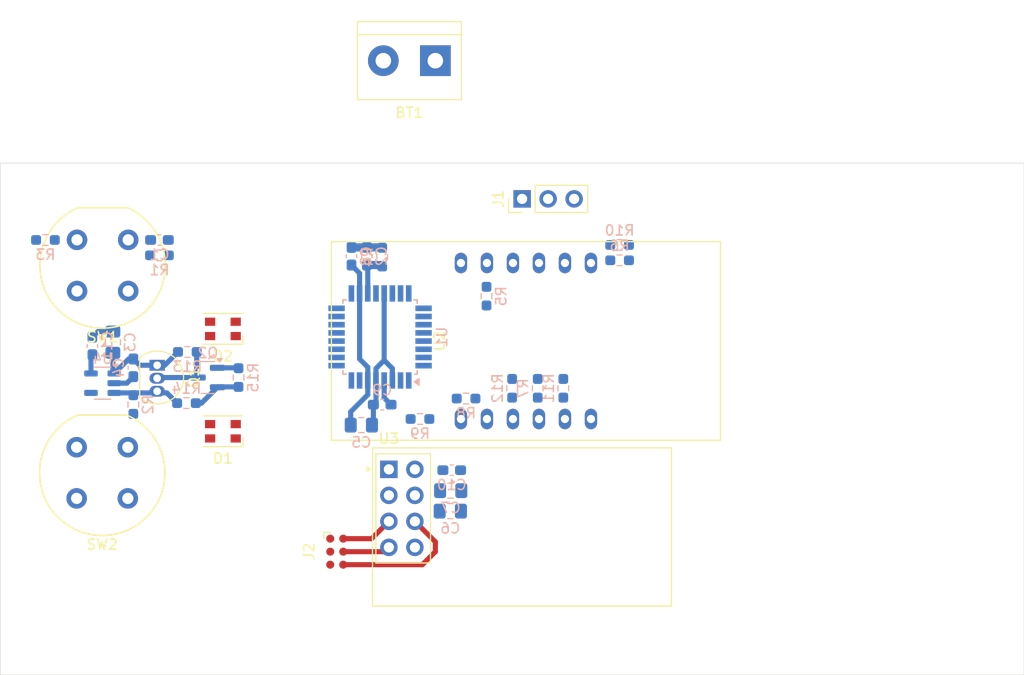
<source format=kicad_pcb>
(kicad_pcb (version 20240108) (generator "pcbnew") (generator_version "8.0")
  (layers (0 "F.Cu" signal) (31 "B.Cu" signal) (34 "B.Paste" user) (35 "F.Paste" user) (36 "B.SilkS" user "B.Silkscreen") (37 "F.SilkS" user "F.Silkscreen") (38 "B.Mask" user) (39 "F.Mask" user) (44 "Edge.Cuts" user))
  (net 0 "")
  (net 1 "GND")
  (net 2 "+BATT")
  (net 3 "VDD")
  (net 4 "/UserSW")
  (net 5 "/Batt_sense")
  (net 6 "Net-(D1-A1)")
  (net 7 "Net-(D1-A2)")
  (net 8 "/DIG4")
  (net 9 "Net-(D2-A2)")
  (net 10 "Net-(D2-A1)")
  (net 11 "/A")
  (net 12 "/B")
  (net 13 "/RST")
  (net 14 "/MOSI")
  (net 15 "/MISO")
  (net 16 "/SCK")
  (net 17 "Net-(Q1-G)")
  (net 18 "/Batt_en")
  (net 19 "/PWR_EN")
  (net 20 "Net-(R3-Pad2)")
  (net 21 "Net-(U2-a)")
  (net 22 "Net-(U2-b)")
  (net 23 "/C")
  (net 24 "Net-(U2-c)")
  (net 25 "Net-(U2-d)")
  (net 26 "/D")
  (net 27 "/E")
  (net 28 "/F")
  (net 29 "/G")
  (net 30 "/DP")
  (net 37 "/CE")
  (net 38 "/DIG1")
  (net 39 "/DIG2")
  (net 41 "/DIG3")
  (net 42 "/IRQ")
  (net 44 "/CSN")
  (footprint "Package_TO_SOT_THT:TO-92L_Inline" (layer "F.Cu") (at 150.325 114.75 -90)
    (property "Reference" "Q1" (at 1.19 -3.56 90) (layer "F.SilkS"))
    (property "Value" "TP0606")
    (fp_line (start -0.75 1.7) (end 3.1 1.7) (stroke (width 0.12)) (layer "F.SilkS"))
    (fp_arc (start -0.75 1.7) (mid 1.183448 -2.579449) (end 3.138611 1.690122) (stroke (width 0.12)) (layer "F.SilkS"))
    (pad "1" thru_hole rect (at 0 0 270) (size 1.05 1.5) (drill 0.75) (layers "*.Cu" "*.Mask") (net 2 "+BATT"))
    (pad "2" thru_hole oval (at 1.27 0 270) (size 1.05 1.5) (drill 0.75) (layers "*.Cu" "*.Mask") (net 17 "Net-(Q1-G)"))
    (pad "3" thru_hole oval (at 2.54 0 270) (size 1.05 1.5) (drill 0.75) (layers "*.Cu" "*.Mask") (net 18 "/Batt_en"))
  )
  (footprint "Connector_PinHeader_2.54mm:PinHeader_1x03_P2.54mm_Vertical" (layer "F.Cu") (at 185.975 98.5 90)
    (property "Reference" "J1" (at 0 -2.33 90) (layer "F.SilkS"))
    (property "Value" "UART")
    (fp_line (start -1.33 -1.33) (end 0 -1.33) (stroke (width 0.12)) (layer "F.SilkS"))
    (fp_line (start -1.33 0) (end -1.33 -1.33) (stroke (width 0.12)) (layer "F.SilkS"))
    (fp_line (start 1.33 1.27) (end 1.33 6.41) (stroke (width 0.12)) (layer "F.SilkS"))
    (fp_line (start -1.33 1.27) (end 1.33 1.27) (stroke (width 0.12)) (layer "F.SilkS"))
    (fp_line (start -1.33 1.27) (end -1.33 6.41) (stroke (width 0.12)) (layer "F.SilkS"))
    (fp_line (start -1.33 6.41) (end 1.33 6.41) (stroke (width 0.12)) (layer "F.SilkS"))
    (pad "1" thru_hole rect (at 0 0 90) (size 1.7 1.7) (drill 1) (layers "*.Cu" "*.Mask") (net 1 "GND"))
    (pad "2" thru_hole oval (at 0 2.54 90) (size 1.7 1.7) (drill 1) (layers "*.Cu" "*.Mask"))
    (pad "3" thru_hole oval (at 0 5.08 90) (size 1.7 1.7) (drill 1) (layers "*.Cu" "*.Mask"))
  )
  (footprint "footprints:5631AH-S_3digit_7segment_display" (layer "F.Cu") (at 186.35 112.38)
    (property "Reference" "U2" (at -8.45 0 90) (layer "F.SilkS"))
    (property "Value" "5631AH-S_3digit_7segment_display")
    (fp_rect (start -19 -9.7) (end 19 9.7) (stroke (width 0.12)) (fill none) (layer "F.SilkS"))
    (pad "1" thru_hole oval (at -6.35 7.62) (size 1.2 2) (drill 0.8) (layers "*.Cu" "*.Mask") (net 7 "Net-(D1-A2)"))
    (pad "2" thru_hole oval (at -3.81 7.62) (size 1.2 2) (drill 0.8) (layers "*.Cu" "*.Mask") (net 25 "Net-(U2-d)"))
    (pad "3" thru_hole oval (at -1.27 7.62) (size 1.2 2) (drill 0.8) (layers "*.Cu" "*.Mask") (net 10 "Net-(D2-A1)"))
    (pad "4" thru_hole oval (at 1.27 7.62) (size 1.2 2) (drill 0.8) (layers "*.Cu" "*.Mask") (net 24 "Net-(U2-c)"))
    (pad "5" thru_hole oval (at 3.81 7.62) (size 1.2 2) (drill 0.8) (layers "*.Cu" "*.Mask") (net 9 "Net-(D2-A2)"))
    (pad "6" thru_hole oval (at 6.35 7.62) (size 1.2 2) (drill 0.8) (layers "*.Cu" "*.Mask"))
    (pad "7" thru_hole oval (at 6.35 -7.62) (size 1.2 2) (drill 0.8) (layers "*.Cu" "*.Mask") (net 22 "Net-(U2-b)"))
    (pad "8" thru_hole oval (at 3.81 -7.62) (size 1.2 2) (drill 0.8) (layers "*.Cu" "*.Mask") (net 41 "/DIG3"))
    (pad "9" thru_hole oval (at 1.27 -7.62) (size 1.2 2) (drill 0.8) (layers "*.Cu" "*.Mask") (net 39 "/DIG2"))
    (pad "10" thru_hole oval (at -1.27 -7.62) (size 1.2 2) (drill 0.8) (layers "*.Cu" "*.Mask") (net 6 "Net-(D1-A1)"))
    (pad "11" thru_hole oval (at -3.81 -7.62) (size 1.2 2) (drill 0.8) (layers "*.Cu" "*.Mask") (net 21 "Net-(U2-a)"))
    (pad "12" thru_hole oval (at -6.35 -7.62) (size 1.2 2) (drill 0.8) (layers "*.Cu" "*.Mask") (net 38 "/DIG1"))
  )
  (footprint "RF_Module:nRF24L01_Breakout" (layer "F.Cu") (at 172.9625 124.92)
    (property "Reference" "U3" (at 0 -3 360) (layer "F.SilkS"))
    (property "Value" "NRF24L01_Breakout")
    (fp_line (start -1.6 -2.1) (end -1.6 -2.1) (stroke (width 0.12)) (layer "F.SilkS"))
    (fp_line (start -1.6 -2.1) (end 27.6 -2.1) (stroke (width 0.12)) (layer "F.SilkS"))
    (fp_line (start -1.6 13.35) (end -1.6 -2.1) (stroke (width 0.12)) (layer "F.SilkS"))
    (fp_line (start -1.27 -1.524) (end -1.27 -1.524) (stroke (width 0.12)) (layer "F.SilkS"))
    (fp_line (start -1.27 -1.524) (end 4.064 -1.524) (stroke (width 0.12)) (layer "F.SilkS"))
    (fp_line (start -1.27 9.144) (end -1.27 -1.524) (stroke (width 0.12)) (layer "F.SilkS"))
    (fp_line (start -1.27 9.144) (end -1.27 9.144) (stroke (width 0.12)) (layer "F.SilkS"))
    (fp_line (start 4.064 -1.524) (end 4.064 9.144) (stroke (width 0.12)) (layer "F.SilkS"))
    (fp_line (start 4.064 9.144) (end -1.27 9.144) (stroke (width 0.12)) (layer "F.SilkS"))
    (fp_line (start 27.6 -2.1) (end 27.6 13.35) (stroke (width 0.12)) (layer "F.SilkS"))
    (fp_line (start 27.6 13.35) (end -1.6 13.35) (stroke (width 0.12)) (layer "F.SilkS"))
    (fp_poly (pts (xy -1.8 0) (xy -2.136 0.24) (xy -2.136 -0.24) (xy -1.8 0)) (stroke (width 0.12)) (fill solid) (layer "F.SilkS"))
    (pad "1" thru_hole rect (at 0 0) (size 1.7 1.7) (drill 1) (layers "*.Cu" "*.Mask") (net 1 "GND"))
    (pad "2" thru_hole circle (at 2.54 0) (size 1.7 1.7) (drill 1) (layers "*.Cu" "*.Mask") (net 3 "VDD"))
    (pad "3" thru_hole circle (at 0 2.54) (size 1.7 1.7) (drill 1) (layers "*.Cu" "*.Mask") (net 37 "/CE"))
    (pad "4" thru_hole circle (at 2.54 2.54) (size 1.7 1.7) (drill 1) (layers "*.Cu" "*.Mask") (net 44 "/CSN"))
    (pad "5" thru_hole circle (at 0 5.08) (size 1.7 1.7) (drill 1) (layers "*.Cu" "*.Mask") (net 16 "/SCK"))
    (pad "6" thru_hole circle (at 2.54 5.08) (size 1.7 1.7) (drill 1) (layers "*.Cu" "*.Mask") (net 14 "/MOSI"))
    (pad "7" thru_hole circle (at 0 7.62) (size 1.7 1.7) (drill 1) (layers "*.Cu" "*.Mask") (net 15 "/MISO"))
    (pad "8" thru_hole circle (at 2.54 7.62) (size 1.7 1.7) (drill 1) (layers "*.Cu" "*.Mask") (net 42 "/IRQ"))
  )
  (footprint "Button_Switch_THT:Push_E-Switch_KS01Q01" (layer "F.Cu") (at 147.462515 127.756257 180)
    (property "Reference" "SW2" (at 2.5 -4.5 360) (layer "F.SilkS"))
    (property "Value" "PWR_SW")
    (fp_line (start 4.89 8.14) (end 0.11 8.14) (stroke (width 0.15)) (layer "F.SilkS"))
    (fp_arc (start 0.11 8.14) (mid 2.496283 -3.625495) (end 4.896843 8.137095) (stroke (width 0.15)) (layer "F.SilkS"))
    (pad "1" thru_hole circle (at 0 0 180) (size 2 2) (drill 1.1) (layers "*.Cu" "*.Mask") (net 17 "Net-(Q1-G)"))
    (pad "2" thru_hole circle (at 5 0 180) (size 2 2) (drill 1.1) (layers "*.Cu" "*.Mask") (net 1 "GND"))
    (pad "3" thru_hole circle (at 0 5 180) (size 2 2) (drill 1.1) (layers "*.Cu" "*.Mask"))
    (pad "4" thru_hole circle (at 5 5 180) (size 2 2) (drill 1.1) (layers "*.Cu" "*.Mask"))
  )
  (footprint "TerminalBlock:TerminalBlock_bornier-2_P5.08mm" (layer "F.Cu") (at 177.5 85 180)
    (property "Reference" "BT1" (at 2.54 -5.08 360) (layer "F.SilkS"))
    (property "Value" "18650")
    (fp_line (start 7.62 3.81) (end 7.62 -3.81) (stroke (width 0.12)) (layer "F.SilkS"))
    (fp_line (start 7.62 2.54) (end -2.54 2.54) (stroke (width 0.12)) (layer "F.SilkS"))
    (fp_line (start 7.62 -3.81) (end -2.54 -3.81) (stroke (width 0.12)) (layer "F.SilkS"))
    (fp_line (start -2.54 3.81) (end 7.62 3.81) (stroke (width 0.12)) (layer "F.SilkS"))
    (fp_line (start -2.54 -3.81) (end -2.54 3.81) (stroke (width 0.12)) (layer "F.SilkS"))
    (pad "1" thru_hole rect (at 0 0 180) (size 3 3) (drill 1.52) (layers "*.Cu" "*.Mask") (net 2 "+BATT"))
    (pad "2" thru_hole circle (at 5.08 0 180) (size 3 3) (drill 1.52) (layers "*.Cu" "*.Mask") (net 1 "GND"))
  )
  (footprint "Button_Switch_THT:Push_E-Switch_KS01Q01" (layer "F.Cu") (at 147.5 107.5 180)
    (property "Reference" "SW1" (at 2.5 -4.5 360) (layer "F.SilkS"))
    (property "Value" "UserSW")
    (fp_line (start 4.89 8.14) (end 0.11 8.14) (stroke (width 0.15)) (layer "F.SilkS"))
    (fp_arc (start 0.11 8.14) (mid 2.496283 -3.625495) (end 4.896843 8.137095) (stroke (width 0.15)) (layer "F.SilkS"))
    (pad "1" thru_hole circle (at 0 0 180) (size 2 2) (drill 1.1) (layers "*.Cu" "*.Mask"))
    (pad "2" thru_hole circle (at 5 0 180) (size 2 2) (drill 1.1) (layers "*.Cu" "*.Mask"))
    (pad "3" thru_hole circle (at 0 5 180) (size 2 2) (drill 1.1) (layers "*.Cu" "*.Mask") (net 4 "/UserSW"))
    (pad "4" thru_hole circle (at 5 5 180) (size 2 2) (drill 1.1) (layers "*.Cu" "*.Mask") (net 20 "Net-(R3-Pad2)"))
  )
  (footprint "Connector:Tag-Connect_TC2030-IDC-NL_2x03_P1.27mm_Vertical" (layer "F.Cu") (at 167.8675 132.96 -90)
    (property "Reference" "J2" (at 0 2.7 90) (layer "F.SilkS"))
    (property "Value" "AVR-ICSP-TagConnect")
    (fp_line (start -1.905 1.27) (end -1.905 0.635) (stroke (width 0.12)) (layer "F.SilkS"))
    (fp_line (start -1.27 1.27) (end -1.905 1.27) (stroke (width 0.12)) (layer "F.SilkS"))
    (pad "" np_thru_hole circle (at -2.54 0 270) (size 0.9906 0.9906) (drill 0.9906) (layers "*.Cu" "*.Mask"))
    (pad "" np_thru_hole circle (at 2.54 -1.016 270) (size 0.9906 0.9906) (drill 0.9906) (layers "*.Cu" "*.Mask"))
    (pad "" np_thru_hole circle (at 2.54 1.016 270) (size 0.9906 0.9906) (drill 0.9906) (layers "*.Cu" "*.Mask"))
    (pad "1" connect circle (at -1.27 0.635 270) (size 0.7874 0.7874) (layers "F.Cu" "F.Mask") (net 3 "VDD"))
    (pad "2" connect circle (at -1.27 -0.635 270) (size 0.7874 0.7874) (layers "F.Cu" "F.Mask") (net 16 "/SCK"))
    (pad "3" connect circle (at 0 0.635 270) (size 0.7874 0.7874) (layers "F.Cu" "F.Mask") (net 1 "GND"))
    (pad "4" connect circle (at 0 -0.635 270) (size 0.7874 0.7874) (layers "F.Cu" "F.Mask") (net 15 "/MISO"))
    (pad "5" connect circle (at 1.27 0.635 270) (size 0.7874 0.7874) (layers "F.Cu" "F.Mask") (net 13 "/RST"))
    (pad "6" connect circle (at 1.27 -0.635 270) (size 0.7874 0.7874) (layers "F.Cu" "F.Mask") (net 14 "/MOSI"))
  )
  (footprint "LED_SMD:LED_Cree-PLCC4_3.2x2.8mm_CCW" (layer "F.Cu") (at 156.75 111.2 180)
    (property "Reference" "D2" (at 0 -2.65 360) (layer "F.SilkS"))
    (property "Value" "LED_Dual_AAKK")
    (fp_line (start -1.95 1.5) (end 1.95 1.5) (stroke (width 0.12)) (layer "F.SilkS"))
    (fp_line (start -1.95 -0.7) (end -1.95 -1.5) (stroke (width 0.12)) (layer "F.SilkS"))
    (fp_line (start -1.95 -1.5) (end 1.95 -1.5) (stroke (width 0.12)) (layer "F.SilkS"))
    (pad "1" smd rect (at -1.25 -0.7 180) (size 1 0.8) (layers "F.Cu" "F.Paste" "F.Mask") (net 10 "Net-(D2-A1)"))
    (pad "2" smd rect (at -1.25 0.7 180) (size 1 0.8) (layers "F.Cu" "F.Paste" "F.Mask") (net 9 "Net-(D2-A2)"))
    (pad "3" smd rect (at 1.25 0.7 180) (size 1 0.8) (layers "F.Cu" "F.Paste" "F.Mask") (net 8 "/DIG4"))
    (pad "4" smd rect (at 1.25 -0.7 180) (size 1 0.8) (layers "F.Cu" "F.Paste" "F.Mask") (net 8 "/DIG4"))
  )
  (footprint "LED_SMD:LED_Cree-PLCC4_3.2x2.8mm_CCW" (layer "F.Cu") (at 156.75 121.2 180)
    (property "Reference" "D1" (at 0 -2.65 360) (layer "F.SilkS"))
    (property "Value" "LED_Dual_AAKK")
    (fp_line (start -1.95 1.5) (end 1.95 1.5) (stroke (width 0.12)) (layer "F.SilkS"))
    (fp_line (start -1.95 -0.7) (end -1.95 -1.5) (stroke (width 0.12)) (layer "F.SilkS"))
    (fp_line (start -1.95 -1.5) (end 1.95 -1.5) (stroke (width 0.12)) (layer "F.SilkS"))
    (pad "1" smd rect (at -1.25 -0.7 180) (size 1 0.8) (layers "F.Cu" "F.Paste" "F.Mask") (net 6 "Net-(D1-A1)"))
    (pad "2" smd rect (at -1.25 0.7 180) (size 1 0.8) (layers "F.Cu" "F.Paste" "F.Mask") (net 7 "Net-(D1-A2)"))
    (pad "3" smd rect (at 1.25 0.7 180) (size 1 0.8) (layers "F.Cu" "F.Paste" "F.Mask") (net 8 "/DIG4"))
    (pad "4" smd rect (at 1.25 -0.7 180) (size 1 0.8) (layers "F.Cu" "F.Paste" "F.Mask") (net 8 "/DIG4"))
  )
  (footprint "Resistor_SMD:R_0603_1608Metric_Pad0.98x0.95mm_HandSolder" (layer "B.Cu") (at 195.5 104.5 180)
    (property "Reference" "R6" (at 0 1.43 360) (layer "B.SilkS") (effects (justify mirror)))
    (property "Value" "470")
    (fp_line (start 0.254724 0.5225) (end -0.254724 0.5225) (stroke (width 0.12)) (layer "B.SilkS"))
    (fp_line (start 0.254724 -0.5225) (end -0.254724 -0.5225) (stroke (width 0.12)) (layer "B.SilkS"))
    (pad "1" smd roundrect (at -0.9125 0 180) (size 0.975 0.95) (layers "B.Cu" "B.Paste" "B.Mask") (net 12 "/B"))
    (pad "2" smd roundrect (at 0.9125 0 180) (size 0.975 0.95) (layers "B.Cu" "B.Paste" "B.Mask") (net 22 "Net-(U2-b)"))
  )
  (footprint "Capacitor_SMD:C_0805_2012Metric_Pad1.18x1.45mm_HandSolder" (layer "B.Cu") (at 146 112.5 90)
    (property "Reference" "C3" (at 0 1.68 90) (layer "B.SilkS") (effects (justify mirror)))
    (property "Value" "10u")
    (fp_line (start 0.261252 -0.735) (end -0.261252 -0.735) (stroke (width 0.12)) (layer "B.SilkS"))
    (fp_line (start 0.261252 0.735) (end -0.261252 0.735) (stroke (width 0.12)) (layer "B.SilkS"))
    (pad "1" smd roundrect (at -1.0375 0 90) (size 1.175 1.45) (layers "B.Cu" "B.Paste" "B.Mask") (roundrect_rratio 0.212766) (net 2 "+BATT"))
    (pad "2" smd roundrect (at 1.0375 0 90) (size 1.175 1.45) (layers "B.Cu" "B.Paste" "B.Mask") (roundrect_rratio 0.212766) (net 1 "GND"))
  )
  (footprint "Resistor_SMD:R_0603_1608Metric_Pad0.98x0.95mm_HandSolder" (layer "B.Cu") (at 190 117 -90)
    (property "Reference" "R11" (at 0 1.43 90) (layer "B.SilkS") (effects (justify mirror)))
    (property "Value" "470")
    (fp_line (start 0.254724 0.5225) (end -0.254724 0.5225) (stroke (width 0.12)) (layer "B.SilkS"))
    (fp_line (start 0.254724 -0.5225) (end -0.254724 -0.5225) (stroke (width 0.12)) (layer "B.SilkS"))
    (pad "1" smd roundrect (at -0.9125 0 270) (size 0.975 0.95) (layers "B.Cu" "B.Paste" "B.Mask") (net 29 "/G"))
    (pad "2" smd roundrect (at 0.9125 0 270) (size 0.975 0.95) (layers "B.Cu" "B.Paste" "B.Mask") (net 9 "Net-(D2-A2)"))
  )
  (footprint "Resistor_SMD:R_0603_1608Metric_Pad0.98x0.95mm_HandSolder" (layer "B.Cu") (at 150.550015 104.012515)
    (property "Reference" "R1" (at 0 1.43 360) (layer "B.SilkS") (effects (justify mirror)))
    (property "Value" "1M")
    (fp_line (start 0.254724 -0.5225) (end -0.254724 -0.5225) (stroke (width 0.12)) (layer "B.SilkS"))
    (fp_line (start 0.254724 0.5225) (end -0.254724 0.5225) (stroke (width 0.12)) (layer "B.SilkS"))
    (pad "1" smd roundrect (at -0.9125 0) (size 0.975 0.95) (layers "B.Cu" "B.Paste" "B.Mask") (net 4 "/UserSW"))
    (pad "2" smd roundrect (at 0.9125 0) (size 0.975 0.95) (layers "B.Cu" "B.Paste" "B.Mask") (net 3 "VDD"))
  )
  (footprint "Resistor_SMD:R_0603_1608Metric_Pad0.98x0.95mm_HandSolder" (layer "B.Cu") (at 158.275 115.95 90)
    (property "Reference" "R15" (at 0 1.43 90) (layer "B.SilkS") (effects (justify mirror)))
    (property "Value" "39k")
    (fp_line (start 0.254724 -0.5225) (end -0.254724 -0.5225) (stroke (width 0.12)) (layer "B.SilkS"))
    (fp_line (start 0.254724 0.5225) (end -0.254724 0.5225) (stroke (width 0.12)) (layer "B.SilkS"))
    (pad "1" smd roundrect (at -0.9125 0 90) (size 0.975 0.95) (layers "B.Cu" "B.Paste" "B.Mask") (net 1 "GND"))
    (pad "2" smd roundrect (at 0.9125 0 90) (size 0.975 0.95) (layers "B.Cu" "B.Paste" "B.Mask") (net 19 "/PWR_EN"))
  )
  (footprint "Package_QFP:TQFP-32_7x7mm_P0.8mm" (layer "B.Cu") (at 172.1 111.9875 90)
    (property "Reference" "U1" (at 0 6.05 90) (layer "B.SilkS") (effects (justify mirror)))
    (property "Value" "ATmega8-16A")
    (fp_line (start 3.3 -3.625) (end 3.625 -3.625) (stroke (width 0.15)) (layer "B.SilkS"))
    (fp_line (start -3.3 -3.625) (end -3.625 -3.625) (stroke (width 0.15)) (layer "B.SilkS"))
    (fp_line (start 3.625 -3.3) (end 3.625 -3.625) (stroke (width 0.15)) (layer "B.SilkS"))
    (fp_line (start -3.625 -3.3) (end -3.625 -3.625) (stroke (width 0.15)) (layer "B.SilkS"))
    (fp_line (start 3.625 3.3) (end 3.625 3.625) (stroke (width 0.15)) (layer "B.SilkS"))
    (fp_line (start -3.625 3.4) (end -3.625 3.625) (stroke (width 0.15)) (layer "B.SilkS"))
    (fp_line (start 3.3 3.625) (end 3.625 3.625) (stroke (width 0.15)) (layer "B.SilkS"))
    (fp_line (start -3.3 3.625) (end -3.625 3.625) (stroke (width 0.15)) (layer "B.SilkS"))
    (fp_poly (pts (xy -4.39 3.34) (xy -4.73 3.81) (xy -4.05 3.81) (xy -4.39 3.34)) (stroke (width 0.12)) (fill solid) (layer "B.SilkS"))
    (pad "1" smd rect (at -4.25 2.8 90) (size 1.6 0.55) (layers "B.Cu" "B.Paste" "B.Mask") (net 27 "/E"))
    (pad "2" smd rect (at -4.25 2 90) (size 1.6 0.55) (layers "B.Cu" "B.Paste" "B.Mask") (net 26 "/D"))
    (pad "3" smd rect (at -4.25 1.2 90) (size 1.6 0.55) (layers "B.Cu" "B.Paste" "B.Mask") (net 1 "GND"))
    (pad "4" smd rect (at -4.25 0.4 90) (size 1.6 0.55) (layers "B.Cu" "B.Paste" "B.Mask") (net 3 "VDD"))
    (pad "5" smd rect (at -4.25 -0.4 90) (size 1.6 0.55) (layers "B.Cu" "B.Paste" "B.Mask") (net 1 "GND"))
    (pad "6" smd rect (at -4.25 -1.2 90) (size 1.6 0.55) (layers "B.Cu" "B.Paste" "B.Mask") (net 3 "VDD"))
    (pad "7" smd rect (at -4.25 -2 90) (size 1.6 0.55) (layers "B.Cu" "B.Paste" "B.Mask"))
    (pad "8" smd rect (at -4.25 -2.8 90) (size 1.6 0.55) (layers "B.Cu" "B.Paste" "B.Mask"))
    (pad "9" smd rect (at -2.8 -4.25) (size 1.6 0.55) (layers "B.Cu" "B.Paste" "B.Mask") (net 23 "/C"))
    (pad "10" smd rect (at -2 -4.25) (size 1.6 0.55) (layers "B.Cu" "B.Paste" "B.Mask") (net 12 "/B"))
    (pad "11" smd rect (at -1.2 -4.25) (size 1.6 0.55) (layers "B.Cu" "B.Paste" "B.Mask") (net 11 "/A"))
    (pad "12" smd rect (at -0.4 -4.25) (size 1.6 0.55) (layers "B.Cu" "B.Paste" "B.Mask") (net 44 "/CSN"))
    (pad "13" smd rect (at 0.4 -4.25) (size 1.6 0.55) (layers "B.Cu" "B.Paste" "B.Mask") (net 37 "/CE"))
    (pad "14" smd rect (at 1.2 -4.25) (size 1.6 0.55) (layers "B.Cu" "B.Paste" "B.Mask") (net 42 "/IRQ"))
    (pad "15" smd rect (at 2 -4.25) (size 1.6 0.55) (layers "B.Cu" "B.Paste" "B.Mask") (net 14 "/MOSI"))
    (pad "16" smd rect (at 2.8 -4.25) (size 1.6 0.55) (layers "B.Cu" "B.Paste" "B.Mask") (net 15 "/MISO"))
    (pad "17" smd rect (at 4.25 -2.8 90) (size 1.6 0.55) (layers "B.Cu" "B.Paste" "B.Mask") (net 16 "/SCK"))
    (pad "18" smd rect (at 4.25 -2 90) (size 1.6 0.55) (layers "B.Cu" "B.Paste" "B.Mask") (net 3 "VDD"))
    (pad "19" smd rect (at 4.25 -1.2 90) (size 1.6 0.55) (layers "B.Cu" "B.Paste" "B.Mask") (net 5 "/Batt_sense"))
    (pad "20" smd rect (at 4.25 -0.4 90) (size 1.6 0.55) (layers "B.Cu" "B.Paste" "B.Mask"))
    (pad "21" smd rect (at 4.25 0.4 90) (size 1.6 0.55) (layers "B.Cu" "B.Paste" "B.Mask") (net 1 "GND"))
    (pad "22" smd rect (at 4.25 1.2 90) (size 1.6 0.55) (layers "B.Cu" "B.Paste" "B.Mask"))
    (pad "23" smd rect (at 4.25 2 90) (size 1.6 0.55) (layers "B.Cu" "B.Paste" "B.Mask") (net 19 "/PWR_EN"))
    (pad "24" smd rect (at 4.25 2.8 90) (size 1.6 0.55) (layers "B.Cu" "B.Paste" "B.Mask") (net 4 "/UserSW"))
    (pad "25" smd rect (at 2.8 4.25) (size 1.6 0.55) (layers "B.Cu" "B.Paste" "B.Mask") (net 38 "/DIG1"))
    (pad "26" smd rect (at 2 4.25) (size 1.6 0.55) (layers "B.Cu" "B.Paste" "B.Mask") (net 39 "/DIG2"))
    (pad "27" smd rect (at 1.2 4.25) (size 1.6 0.55) (layers "B.Cu" "B.Paste" "B.Mask") (net 41 "/DIG3"))
    (pad "28" smd rect (at 0.4 4.25) (size 1.6 0.55) (layers "B.Cu" "B.Paste" "B.Mask") (net 8 "/DIG4"))
    (pad "29" smd rect (at -0.4 4.25) (size 1.6 0.55) (layers "B.Cu" "B.Paste" "B.Mask") (net 13 "/RST"))
    (pad "30" smd rect (at -1.2 4.25) (size 1.6 0.55) (layers "B.Cu" "B.Paste" "B.Mask") (net 30 "/DP"))
    (pad "31" smd rect (at -2 4.25) (size 1.6 0.55) (layers "B.Cu" "B.Paste" "B.Mask") (net 29 "/G"))
    (pad "32" smd rect (at -2.8 4.25) (size 1.6 0.55) (layers "B.Cu" "B.Paste" "B.Mask") (net 28 "/F"))
  )
  (footprint "Capacitor_SMD:C_0603_1608Metric_Pad1.08x0.95mm_HandSolder" (layer "B.Cu") (at 144 112.8625 90)
    (property "Reference" "C11" (at 0 1.43 90) (layer "B.SilkS") (effects (justify mirror)))
    (property "Value" "100n")
    (fp_line (start 0.146267 -0.51) (end -0.146267 -0.51) (stroke (width 0.12)) (layer "B.SilkS"))
    (fp_line (start 0.146267 0.51) (end -0.146267 0.51) (stroke (width 0.12)) (layer "B.SilkS"))
    (pad "1" smd roundrect (at -0.8625 0 90) (size 1.075 0.95) (layers "B.Cu" "B.Paste" "B.Mask") (net 3 "VDD"))
    (pad "2" smd roundrect (at 0.8625 0 90) (size 1.075 0.95) (layers "B.Cu" "B.Paste" "B.Mask") (net 1 "GND"))
  )
  (footprint "Capacitor_SMD:C_0603_1608Metric_Pad1.08x0.95mm_HandSolder" (layer "B.Cu") (at 169.31 104.0975 90)
    (property "Reference" "C8" (at 0 1.43 90) (layer "B.SilkS") (effects (justify mirror)))
    (property "Value" "100n")
    (fp_line (start 0.146267 -0.51) (end -0.146267 -0.51) (stroke (width 0.12)) (layer "B.SilkS"))
    (fp_line (start 0.146267 0.51) (end -0.146267 0.51) (stroke (width 0.12)) (layer "B.SilkS"))
    (pad "1" smd roundrect (at -0.8625 0 90) (size 1.075 0.95) (layers "B.Cu" "B.Paste" "B.Mask") (net 3 "VDD"))
    (pad "2" smd roundrect (at 0.8625 0 90) (size 1.075 0.95) (layers "B.Cu" "B.Paste" "B.Mask") (net 1 "GND"))
  )
  (footprint "Resistor_SMD:R_0603_1608Metric_Pad0.98x0.95mm_HandSolder" (layer "B.Cu") (at 187.5 117 -90)
    (property "Reference" "R7" (at 0 1.43 90) (layer "B.SilkS") (effects (justify mirror)))
    (property "Value" "470")
    (fp_line (start 0.254724 0.5225) (end -0.254724 0.5225) (stroke (width 0.12)) (layer "B.SilkS"))
    (fp_line (start 0.254724 -0.5225) (end -0.254724 -0.5225) (stroke (width 0.12)) (layer "B.SilkS"))
    (pad "1" smd roundrect (at -0.9125 0 270) (size 0.975 0.95) (layers "B.Cu" "B.Paste" "B.Mask") (net 23 "/C"))
    (pad "2" smd roundrect (at 0.9125 0 270) (size 0.975 0.95) (layers "B.Cu" "B.Paste" "B.Mask") (net 24 "Net-(U2-c)"))
  )
  (footprint "Capacitor_SMD:C_0805_2012Metric_Pad1.18x1.45mm_HandSolder" (layer "B.Cu") (at 179 127)
    (property "Reference" "C7" (at 0 1.68 360) (layer "B.SilkS") (effects (justify mirror)))
    (property "Value" "10u")
    (fp_line (start 0.261252 -0.735) (end -0.261252 -0.735) (stroke (width 0.12)) (layer "B.SilkS"))
    (fp_line (start 0.261252 0.735) (end -0.261252 0.735) (stroke (width 0.12)) (layer "B.SilkS"))
    (pad "1" smd roundrect (at -1.0375 0) (size 1.175 1.45) (layers "B.Cu" "B.Paste" "B.Mask") (roundrect_rratio 0.212766) (net 3 "VDD"))
    (pad "2" smd roundrect (at 1.0375 0) (size 1.175 1.45) (layers "B.Cu" "B.Paste" "B.Mask") (roundrect_rratio 0.212766) (net 1 "GND"))
  )
  (footprint "Capacitor_SMD:C_0603_1608Metric_Pad1.08x0.95mm_HandSolder" (layer "B.Cu") (at 179.1 125)
    (property "Reference" "C10" (at 0 1.43 360) (layer "B.SilkS") (effects (justify mirror)))
    (property "Value" "100n")
    (fp_line (start 0.146267 -0.51) (end -0.146267 -0.51) (stroke (width 0.12)) (layer "B.SilkS"))
    (fp_line (start 0.146267 0.51) (end -0.146267 0.51) (stroke (width 0.12)) (layer "B.SilkS"))
    (pad "1" smd roundrect (at -0.8625 0) (size 1.075 0.95) (layers "B.Cu" "B.Paste" "B.Mask") (net 3 "VDD"))
    (pad "2" smd roundrect (at 0.8625 0) (size 1.075 0.95) (layers "B.Cu" "B.Paste" "B.Mask") (net 1 "GND"))
  )
  (footprint "Package_TO_SOT_SMD:SOT-23" (layer "B.Cu") (at 155.275 115.95 180)
    (property "Reference" "Q2" (at 0 2.4 360) (layer "B.SilkS") (effects (justify mirror)))
    (property "Value" "2N7002")
    (fp_line (start 0.65 1.56) (end 0 1.56) (stroke (width 0.12)) (layer "B.SilkS"))
    (fp_line (start 0.65 -1.56) (end 0 -1.56) (stroke (width 0.12)) (layer "B.SilkS"))
    (fp_line (start -0.65 1.56) (end 0 1.56) (stroke (width 0.12)) (layer "B.SilkS"))
    (fp_line (start -0.65 -1.56) (end 0 -1.56) (stroke (width 0.12)) (layer "B.SilkS"))
    (fp_poly (pts (xy -1.1625 1.51) (xy -1.4025 1.84) (xy -0.9225 1.84) (xy -1.1625 1.51)) (stroke (width 0.12)) (fill solid) (layer "B.SilkS"))
    (pad "1" smd roundrect (at -0.9375 0.95 180) (size 1.475 0.6) (layers "B.Cu" "B.Paste" "B.Mask") (net 19 "/PWR_EN"))
    (pad "2" smd roundrect (at -0.9375 -0.95 180) (size 1.475 0.6) (layers "B.Cu" "B.Paste" "B.Mask") (net 1 "GND"))
    (pad "3" smd roundrect (at 0.9375 0 180) (size 1.475 0.6) (layers "B.Cu" "B.Paste" "B.Mask") (net 17 "Net-(Q1-G)"))
  )
  (footprint "Resistor_SMD:R_0603_1608Metric_Pad0.98x0.95mm_HandSolder" (layer "B.Cu") (at 176 120)
    (property "Reference" "R9" (at 0 1.43 360) (layer "B.SilkS") (effects (justify mirror)))
    (property "Value" "470")
    (fp_line (start 0.254724 -0.5225) (end -0.254724 -0.5225) (stroke (width 0.12)) (layer "B.SilkS"))
    (fp_line (start 0.254724 0.5225) (end -0.254724 0.5225) (stroke (width 0.12)) (layer "B.SilkS"))
    (pad "1" smd roundrect (at -0.9125 0) (size 0.975 0.95) (layers "B.Cu" "B.Paste" "B.Mask") (net 27 "/E"))
    (pad "2" smd roundrect (at 0.9125 0) (size 0.975 0.95) (layers "B.Cu" "B.Paste" "B.Mask") (net 7 "Net-(D1-A2)"))
  )
  (footprint "Resistor_SMD:R_0603_1608Metric_Pad0.98x0.95mm_HandSolder" (layer "B.Cu") (at 153.275 113.45)
    (property "Reference" "R13" (at 0 1.43 360) (layer "B.SilkS") (effects (justify mirror)))
    (property "Value" "39k")
    (fp_line (start 0.254724 -0.5225) (end -0.254724 -0.5225) (stroke (width 0.12)) (layer "B.SilkS"))
    (fp_line (start 0.254724 0.5225) (end -0.254724 0.5225) (stroke (width 0.12)) (layer "B.SilkS"))
    (pad "1" smd roundrect (at -0.9125 0) (size 0.975 0.95) (layers "B.Cu" "B.Paste" "B.Mask") (net 2 "+BATT"))
    (pad "2" smd roundrect (at 0.9125 0) (size 0.975 0.95) (layers "B.Cu" "B.Paste" "B.Mask") (net 17 "Net-(Q1-G)"))
  )
  (footprint "Resistor_SMD:R_0603_1608Metric_Pad0.98x0.95mm_HandSolder" (layer "B.Cu") (at 185 117 -90)
    (property "Reference" "R12" (at 0 1.43 90) (layer "B.SilkS") (effects (justify mirror)))
    (property "Value" "470")
    (fp_line (start 0.254724 0.5225) (end -0.254724 0.5225) (stroke (width 0.12)) (layer "B.SilkS"))
    (fp_line (start 0.254724 -0.5225) (end -0.254724 -0.5225) (stroke (width 0.12)) (layer "B.SilkS"))
    (pad "1" smd roundrect (at -0.9125 0 270) (size 0.975 0.95) (layers "B.Cu" "B.Paste" "B.Mask") (net 30 "/DP"))
    (pad "2" smd roundrect (at 0.9125 0 270) (size 0.975 0.95) (layers "B.Cu" "B.Paste" "B.Mask") (net 10 "Net-(D2-A1)"))
  )
  (footprint "Capacitor_SMD:C_0603_1608Metric_Pad1.08x0.95mm_HandSolder" (layer "B.Cu") (at 150.550015 102.512515)
    (property "Reference" "C1" (at 0 1.43 360) (layer "B.SilkS") (effects (justify mirror)))
    (property "Value" "100n")
    (fp_line (start 0.146267 -0.51) (end -0.146267 -0.51) (stroke (width 0.12)) (layer "B.SilkS"))
    (fp_line (start 0.146267 0.51) (end -0.146267 0.51) (stroke (width 0.12)) (layer "B.SilkS"))
    (pad "1" smd roundrect (at -0.8625 0) (size 1.075 0.95) (layers "B.Cu" "B.Paste" "B.Mask") (net 4 "/UserSW"))
    (pad "2" smd roundrect (at 0.8625 0) (size 1.075 0.95) (layers "B.Cu" "B.Paste" "B.Mask") (net 3 "VDD"))
  )
  (footprint "Capacitor_SMD:C_0603_1608Metric_Pad1.08x0.95mm_HandSolder" (layer "B.Cu") (at 148 115 -90)
    (property "Reference" "C4" (at 0 1.43 90) (layer "B.SilkS") (effects (justify mirror)))
    (property "Value" "100n")
    (fp_line (start 0.146267 0.51) (end -0.146267 0.51) (stroke (width 0.12)) (layer "B.SilkS"))
    (fp_line (start 0.146267 -0.51) (end -0.146267 -0.51) (stroke (width 0.12)) (layer "B.SilkS"))
    (pad "1" smd roundrect (at -0.8625 0 270) (size 1.075 0.95) (layers "B.Cu" "B.Paste" "B.Mask") (net 2 "+BATT"))
    (pad "2" smd roundrect (at 0.8625 0 270) (size 1.075 0.95) (layers "B.Cu" "B.Paste" "B.Mask") (net 1 "GND"))
  )
  (footprint "Package_TO_SOT_SMD:SOT-23-5" (layer "B.Cu") (at 145 116.5 180)
    (property "Reference" "U4" (at 0 2.4 360) (layer "B.SilkS") (effects (justify mirror)))
    (property "Value" "MCP1711")
    (fp_line (start 0.8 1.56) (end 0 1.56) (stroke (width 0.12)) (layer "B.SilkS"))
    (fp_line (start 0.8 -1.56) (end 0 -1.56) (stroke (width 0.12)) (layer "B.SilkS"))
    (fp_line (start -0.8 1.56) (end 0 1.56) (stroke (width 0.12)) (layer "B.SilkS"))
    (fp_line (start -0.8 -1.56) (end 0 -1.56) (stroke (width 0.12)) (layer "B.SilkS"))
    (fp_poly (pts (xy -1.3 1.51) (xy -1.54 1.84) (xy -1.06 1.84) (xy -1.3 1.51)) (stroke (width 0.12)) (fill solid) (layer "B.SilkS"))
    (pad "1" smd roundrect (at -1.1375 0.95 180) (size 1.325 0.6) (layers "B.Cu" "B.Paste" "B.Mask") (net 2 "+BATT"))
    (pad "2" smd roundrect (at -1.1375 0 180) (size 1.325 0.6) (layers "B.Cu" "B.Paste" "B.Mask") (net 1 "GND"))
    (pad "3" smd roundrect (at -1.1375 -0.95 180) (size 1.325 0.6) (layers "B.Cu" "B.Paste" "B.Mask") (net 18 "/Batt_en"))
    (pad "4" smd roundrect (at 1.1375 -0.95 180) (size 1.325 0.6) (layers "B.Cu" "B.Paste" "B.Mask"))
    (pad "5" smd roundrect (at 1.1375 0.95 180) (size 1.325 0.6) (layers "B.Cu" "B.Paste" "B.Mask") (net 3 "VDD"))
  )
  (footprint "Capacitor_SMD:C_0805_2012Metric_Pad1.18x1.45mm_HandSolder" (layer "B.Cu") (at 178.9625 129)
    (property "Reference" "C6" (at 0 1.68 360) (layer "B.SilkS") (effects (justify mirror)))
    (property "Value" "10u")
    (fp_line (start 0.261252 -0.735) (end -0.261252 -0.735) (stroke (width 0.12)) (layer "B.SilkS"))
    (fp_line (start 0.261252 0.735) (end -0.261252 0.735) (stroke (width 0.12)) (layer "B.SilkS"))
    (pad "1" smd roundrect (at -1.0375 0) (size 1.175 1.45) (layers "B.Cu" "B.Paste" "B.Mask") (roundrect_rratio 0.212766) (net 3 "VDD"))
    (pad "2" smd roundrect (at 1.0375 0) (size 1.175 1.45) (layers "B.Cu" "B.Paste" "B.Mask") (roundrect_rratio 0.212766) (net 1 "GND"))
  )
  (footprint "Capacitor_SMD:C_0603_1608Metric_Pad1.08x0.95mm_HandSolder" (layer "B.Cu") (at 170.81 104.0975 90)
    (property "Reference" "C2" (at 0 1.43 90) (layer "B.SilkS") (effects (justify mirror)))
    (property "Value" "100n")
    (fp_line (start 0.146267 -0.51) (end -0.146267 -0.51) (stroke (width 0.12)) (layer "B.SilkS"))
    (fp_line (start 0.146267 0.51) (end -0.146267 0.51) (stroke (width 0.12)) (layer "B.SilkS"))
    (pad "1" smd roundrect (at -0.8625 0 90) (size 1.075 0.95) (layers "B.Cu" "B.Paste" "B.Mask") (net 5 "/Batt_sense"))
    (pad "2" smd roundrect (at 0.8625 0 90) (size 1.075 0.95) (layers "B.Cu" "B.Paste" "B.Mask") (net 1 "GND"))
  )
  (footprint "Capacitor_SMD:C_0805_2012Metric_Pad1.18x1.45mm_HandSolder" (layer "B.Cu") (at 170.2725 120.5975)
    (property "Reference" "C5" (at 0 1.68 360) (layer "B.SilkS") (effects (justify mirror)))
    (property "Value" "10u")
    (fp_line (start 0.261252 -0.735) (end -0.261252 -0.735) (stroke (width 0.12)) (layer "B.SilkS"))
    (fp_line (start 0.261252 0.735) (end -0.261252 0.735) (stroke (width 0.12)) (layer "B.SilkS"))
    (pad "1" smd roundrect (at -1.0375 0) (size 1.175 1.45) (layers "B.Cu" "B.Paste" "B.Mask") (roundrect_rratio 0.212766) (net 3 "VDD"))
    (pad "2" smd roundrect (at 1.0375 0) (size 1.175 1.45) (layers "B.Cu" "B.Paste" "B.Mask") (roundrect_rratio 0.212766) (net 1 "GND"))
  )
  (footprint "Resistor_SMD:R_0603_1608Metric_Pad0.98x0.95mm_HandSolder" (layer "B.Cu") (at 153.1875 118.45 180)
    (property "Reference" "R14" (at 0 1.43 360) (layer "B.SilkS") (effects (justify mirror)))
    (property "Value" "39k")
    (fp_line (start 0.254724 0.5225) (end -0.254724 0.5225) (stroke (width 0.12)) (layer "B.SilkS"))
    (fp_line (start 0.254724 -0.5225) (end -0.254724 -0.5225) (stroke (width 0.12)) (layer "B.SilkS"))
    (pad "1" smd roundrect (at -0.9125 0 180) (size 0.975 0.95) (layers "B.Cu" "B.Paste" "B.Mask") (net 1 "GND"))
    (pad "2" smd roundrect (at 0.9125 0 180) (size 0.975 0.95) (layers "B.Cu" "B.Paste" "B.Mask") (net 18 "/Batt_en"))
  )
  (footprint "Resistor_SMD:R_0603_1608Metric_Pad0.98x0.95mm_HandSolder" (layer "B.Cu") (at 172.31 104.185 -90)
    (property "Reference" "R4" (at 0 1.43 90) (layer "B.SilkS") (effects (justify mirror)))
    (property "Value" "39k")
    (fp_line (start 0.254724 0.5225) (end -0.254724 0.5225) (stroke (width 0.12)) (layer "B.SilkS"))
    (fp_line (start 0.254724 -0.5225) (end -0.254724 -0.5225) (stroke (width 0.12)) (layer "B.SilkS"))
    (pad "1" smd roundrect (at -0.9125 0 270) (size 0.975 0.95) (layers "B.Cu" "B.Paste" "B.Mask") (net 1 "GND"))
    (pad "2" smd roundrect (at 0.9125 0 270) (size 0.975 0.95) (layers "B.Cu" "B.Paste" "B.Mask") (net 5 "/Batt_sense"))
  )
  (footprint "Resistor_SMD:R_0603_1608Metric_Pad0.98x0.95mm_HandSolder" (layer "B.Cu") (at 180.5 118)
    (property "Reference" "R8" (at 0 1.43 360) (layer "B.SilkS") (effects (justify mirror)))
    (property "Value" "470")
    (fp_line (start 0.254724 -0.5225) (end -0.254724 -0.5225) (stroke (width 0.12)) (layer "B.SilkS"))
    (fp_line (start 0.254724 0.5225) (end -0.254724 0.5225) (stroke (width 0.12)) (layer "B.SilkS"))
    (pad "1" smd roundrect (at -0.9125 0) (size 0.975 0.95) (layers "B.Cu" "B.Paste" "B.Mask") (net 26 "/D"))
    (pad "2" smd roundrect (at 0.9125 0) (size 0.975 0.95) (layers "B.Cu" "B.Paste" "B.Mask") (net 25 "Net-(U2-d)"))
  )
  (footprint "Capacitor_SMD:C_0603_1608Metric_Pad1.08x0.95mm_HandSolder" (layer "B.Cu") (at 172.31 118.5975 180)
    (property "Reference" "C9" (at 0 1.43 360) (layer "B.SilkS") (effects (justify mirror)))
    (property "Value" "100n")
    (fp_line (start 0.146267 0.51) (end -0.146267 0.51) (stroke (width 0.12)) (layer "B.SilkS"))
    (fp_line (start 0.146267 -0.51) (end -0.146267 -0.51) (stroke (width 0.12)) (layer "B.SilkS"))
    (pad "1" smd roundrect (at -0.8625 0 180) (size 1.075 0.95) (layers "B.Cu" "B.Paste" "B.Mask") (net 3 "VDD"))
    (pad "2" smd roundrect (at 0.8625 0 180) (size 1.075 0.95) (layers "B.Cu" "B.Paste" "B.Mask") (net 1 "GND"))
  )
  (footprint "Resistor_SMD:R_0603_1608Metric_Pad0.98x0.95mm_HandSolder" (layer "B.Cu") (at 148 118.5875 90)
    (property "Reference" "R2" (at 0 1.43 90) (layer "B.SilkS") (effects (justify mirror)))
    (property "Value" "39k")
    (fp_line (start 0.254724 -0.5225) (end -0.254724 -0.5225) (stroke (width 0.12)) (layer "B.SilkS"))
    (fp_line (start 0.254724 0.5225) (end -0.254724 0.5225) (stroke (width 0.12)) (layer "B.SilkS"))
    (pad "1" smd roundrect (at -0.9125 0 90) (size 0.975 0.95) (layers "B.Cu" "B.Paste" "B.Mask") (net 5 "/Batt_sense"))
    (pad "2" smd roundrect (at 0.9125 0 90) (size 0.975 0.95) (layers "B.Cu" "B.Paste" "B.Mask") (net 18 "/Batt_en"))
  )
  (footprint "Resistor_SMD:R_0603_1608Metric_Pad0.98x0.95mm_HandSolder" (layer "B.Cu") (at 195.5 103 180)
    (property "Reference" "R10" (at 0 1.43 360) (layer "B.SilkS") (effects (justify mirror)))
    (property "Value" "470")
    (fp_line (start 0.254724 0.5225) (end -0.254724 0.5225) (stroke (width 0.12)) (layer "B.SilkS"))
    (fp_line (start 0.254724 -0.5225) (end -0.254724 -0.5225) (stroke (width 0.12)) (layer "B.SilkS"))
    (pad "1" smd roundrect (at -0.9125 0 180) (size 0.975 0.95) (layers "B.Cu" "B.Paste" "B.Mask") (net 28 "/F"))
    (pad "2" smd roundrect (at 0.9125 0 180) (size 0.975 0.95) (layers "B.Cu" "B.Paste" "B.Mask") (net 6 "Net-(D1-A1)"))
  )
  (footprint "Resistor_SMD:R_0603_1608Metric_Pad0.98x0.95mm_HandSolder" (layer "B.Cu") (at 182.5 108 90)
    (property "Reference" "R5" (at 0 1.43 90) (layer "B.SilkS") (effects (justify mirror)))
    (property "Value" "470")
    (fp_line (start 0.254724 -0.5225) (end -0.254724 -0.5225) (stroke (width 0.12)) (layer "B.SilkS"))
    (fp_line (start 0.254724 0.5225) (end -0.254724 0.5225) (stroke (width 0.12)) (layer "B.SilkS"))
    (pad "1" smd roundrect (at -0.9125 0 90) (size 0.975 0.95) (layers "B.Cu" "B.Paste" "B.Mask") (net 11 "/A"))
    (pad "2" smd roundrect (at 0.9125 0 90) (size 0.975 0.95) (layers "B.Cu" "B.Paste" "B.Mask") (net 21 "Net-(U2-a)"))
  )
  (footprint "Resistor_SMD:R_0603_1608Metric_Pad0.98x0.95mm_HandSolder" (layer "B.Cu") (at 139.412515 102.512515)
    (property "Reference" "R3" (at 0 1.43 360) (layer "B.SilkS") (effects (justify mirror)))
    (property "Value" "39k")
    (fp_line (start 0.254724 -0.5225) (end -0.254724 -0.5225) (stroke (width 0.12)) (layer "B.SilkS"))
    (fp_line (start 0.254724 0.5225) (end -0.254724 0.5225) (stroke (width 0.12)) (layer "B.SilkS"))
    (pad "1" smd roundrect (at -0.9125 0) (size 0.975 0.95) (layers "B.Cu" "B.Paste" "B.Mask") (net 1 "GND"))
    (pad "2" smd roundrect (at 0.9125 0) (size 0.975 0.95) (layers "B.Cu" "B.Paste" "B.Mask") (net 20 "Net-(R3-Pad2)"))
  )
  (gr_rect (start 135 95) (end 235 145) (stroke (width 0.05)) (fill none) (layer "Edge.Cuts"))
  (segment (start 172.5 114.2625) (end 173.3 115.0625) (width 0.5) (layer "B.Cu") (net 1))
  (segment (start 171.4475 118.5975) (end 171.4475 120.46) (width 0.5) (layer "B.Cu") (net 1))
  (segment (start 171.7 116.2375) (end 171.7 118.345) (width 0.5) (layer "B.Cu") (net 1))
  (segment (start 169.31 103.235) (end 172.2725 103.235) (width 0.8) (layer "B.Cu") (net 1))
  (segment (start 172.2725 103.235) (end 172.31 103.2725) (width 0.8) (layer "B.Cu") (net 1))
  (segment (start 147.3625 116.5) (end 148 115.8625) (width 0.5) (layer "B.Cu") (net 1))
  (segment (start 156.25 116.8625) (end 156.2125 116.9) (width 0.5) (layer "B.Cu") (net 1))
  (segment (start 144.5375 111.4625) (end 144 112) (width 0.5) (layer "B.Cu") (net 1))
  (segment (start 154.1 118.45) (end 154.6625 118.45) (width 0.5) (layer "B.Cu") (net 1))
  (segment (start 171.7 116.2375) (end 171.7 115.0625) (width 0.5) (layer "B.Cu") (net 1))
  (segment (start 173.3 115.0625) (end 173.3 116.2375) (width 0.5) (layer "B.Cu") (net 1))
  (segment (start 172.5 107.7375) (end 172.5 114.2625) (width 0.5) (layer "B.Cu") (net 1))
  (segment (start 146 111.4625) (end 144.5375 111.4625) (width 0.5) (layer "B.Cu") (net 1))
  (segment (start 171.7 115.0625) (end 172.5 114.2625) (width 0.5) (layer "B.Cu") (net 1))
  (segment (start 171.4475 120.46) (end 171.31 120.5975) (width 0.5) (layer "B.Cu") (net 1))
  (segment (start 154.6625 118.45) (end 156.2125 116.9) (width 0.5) (layer "B.Cu") (net 1))
  (segment (start 158.275 116.8625) (end 156.25 116.8625) (width 0.5) (layer "B.Cu") (net 1))
  (segment (start 146.1375 116.5) (end 147.3625 116.5) (width 0.5) (layer "B.Cu") (net 1))
  (segment (start 171.7 118.345) (end 171.4475 118.5975) (width 0.5) (layer "B.Cu") (net 1))
  (segment (start 150.325 114.75) (end 148.6125 114.75) (width 0.5) (layer "B.Cu") (net 2))
  (segment (start 151.0625 114.75) (end 152.3625 113.45) (width 0.5) (layer "B.Cu") (net 2))
  (segment (start 148.6125 114.75) (end 148 114.1375) (width 0.5) (layer "B.Cu") (net 2))
  (segment (start 147.55 114.1375) (end 146.1375 115.55) (width 0.5) (layer "B.Cu") (net 2))
  (segment (start 146 115.4125) (end 146.1375 115.55) (width 0.5) (layer "B.Cu") (net 2))
  (segment (start 148 114.1375) (end 147.55 114.1375) (width 0.5) (layer "B.Cu") (net 2))
  (segment (start 146 113.5375) (end 146 115.4125) (width 0.5) (layer "B.Cu") (net 2))
  (segment (start 150.325 114.75) (end 151.0625 114.75) (width 0.5) (layer "B.Cu") (net 2))
  (segment (start 170.9 117.628646) (end 169.235 119.293646) (width 0.5) (layer "B.Cu") (net 3))
  (segment (start 170.1 105.766354) (end 169.31 104.976354) (width 0.5) (layer "B.Cu") (net 3))
  (segment (start 169.31 104.976354) (end 169.31 104.96) (width 0.5) (layer "B.Cu") (net 3))
  (segment (start 170.9 116.2375) (end 170.9 117.628646) (width 0.5) (layer "B.Cu") (net 3))
  (segment (start 143.8625 115.55) (end 143.8625 113.8625) (width 0.5) (layer "B.Cu") (net 3))
  (segment (start 169.235 119.293646) (end 169.235 120.5975) (width 0.5) (layer "B.Cu") (net 3))
  (segment (start 170.1 114.1375) (end 170.9 114.9375) (width 0.5) (layer "B.Cu") (net 3))
  (segment (start 170.1 107.7375) (end 170.1 105.766354) (width 0.5) (layer "B.Cu") (net 3))
  (segment (start 172.5 116.2375) (end 172.5 117.925) (width 0.5) (layer "B.Cu") (net 3))
  (segment (start 170.9 114.9375) (end 170.9 116.2375) (width 0.5) (layer "B.Cu") (net 3))
  (segment (start 170.1 107.7375) (end 170.1 114.1375) (width 0.5) (layer "B.Cu") (net 3))
  (segment (start 143.8625 113.8625) (end 144 113.725) (width 0.5) (layer "B.Cu") (net 3))
  (segment (start 172.5 117.925) (end 173.1725 118.5975) (width 0.5) (layer "B.Cu") (net 3))
  (segment (start 170.81 104.96) (end 172.1725 104.96) (width 0.8) (layer "B.Cu") (net 5))
  (segment (start 170.9 107.7375) (end 170.9 105.05) (width 0.5) (layer "B.Cu") (net 5))
  (segment (start 170.9 105.05) (end 170.81 104.96) (width 0.5) (layer "B.Cu") (net 5))
  (segment (start 172.1725 104.96) (end 172.31 105.0975) (width 0.8) (layer "B.Cu") (net 5))
  (segment (start 168.5025 134.23) (end 176.2325 134.23) (width 0.5) (layer "F.Cu") (net 14))
  (segment (start 176.2325 134.23) (end 177.5025 132.96) (width 0.5) (layer "F.Cu") (net 14))
  (segment (start 177.5025 132.96) (end 177.5025 132) (width 0.5) (layer "F.Cu") (net 14))
  (segment (start 177.5025 132) (end 175.5025 130) (width 0.5) (layer "F.Cu") (net 14))
  (segment (start 168.5025 132.96) (end 172.5425 132.96) (width 0.5) (layer "F.Cu") (net 15))
  (segment (start 172.5425 132.96) (end 172.9625 132.54) (width 0.5) (layer "F.Cu") (net 15))
  (segment (start 168.5025 131.69) (end 171.2725 131.69) (width 0.5) (layer "F.Cu") (net 16))
  (segment (start 171.2725 131.69) (end 172.9625 130) (width 0.5) (layer "F.Cu") (net 16))
  (segment (start 154.1875 115.8) (end 154.3375 115.95) (width 0.5) (layer "B.Cu") (net 17))
  (segment (start 154.1875 113.45) (end 154.1875 115.8) (width 0.5) (layer "B.Cu") (net 17))
  (segment (start 154.3375 115.95) (end 150.395 115.95) (width 0.5) (layer "B.Cu") (net 17))
  (segment (start 150.395 115.95) (end 150.325 116.02) (width 0.5) (layer "B.Cu") (net 17))
  (segment (start 146.1375 117.45) (end 151.275 117.45) (width 0.5) (layer "B.Cu") (net 18))
  (segment (start 151.275 117.45) (end 152.275 118.45) (width 0.5) (layer "B.Cu") (net 18))
  (segment (start 158.2375 115) (end 158.275 115.0375) (width 0.5) (layer "B.Cu") (net 19))
  (segment (start 156.2125 115) (end 158.2375 115) (width 0.5) (layer "B.Cu") (net 19))
)
</source>
